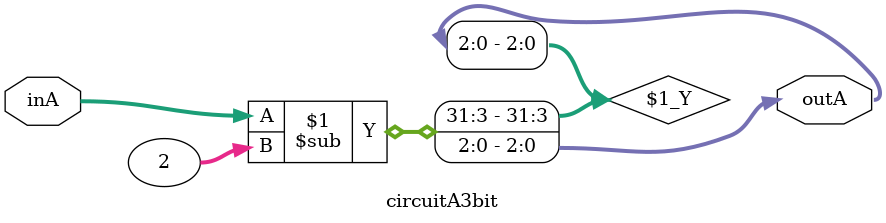
<source format=v>
module circuitA3bit (inA, outA);

// Internal constants
parameter numBit = 2;

// IO port declare
input [numBit:0] inA;
output [numBit:0] outA;

// Circuit
assign outA = inA - 2;

endmodule

</source>
